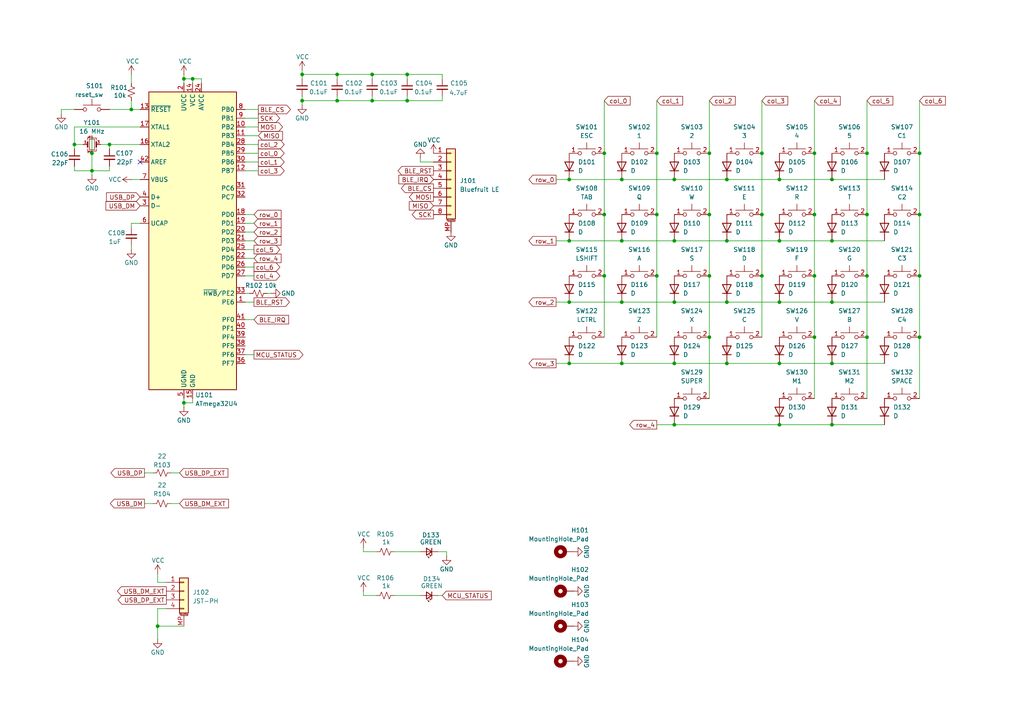
<source format=kicad_sch>
(kicad_sch (version 20231120) (generator "eeschema") (generator_version "8.0")
  (paper "A4")
  (junction (at 190.5 62.23))
  (junction (at 266.7 97.79))
  (junction (at 205.74 80.01))
  (junction (at 210.82 87.63))
  (junction (at 107.95 29.21))
  (junction (at 190.5 80.01))
  (junction (at 190.5 44.45))
  (junction (at 195.58 69.85))
  (junction (at 165.1 87.63))
  (junction (at 31.75 41.91))
  (junction (at 175.26 80.01))
  (junction (at 241.3 123.19))
  (junction (at 87.63 21.59))
  (junction (at 26.67 49.53))
  (junction (at 180.34 87.63))
  (junction (at 226.06 87.63))
  (junction (at 195.58 123.19))
  (junction (at 226.06 69.85))
  (junction (at 241.3 52.07))
  (junction (at 205.74 62.23))
  (junction (at 55.88 22.86))
  (junction (at 251.46 97.79))
  (junction (at 241.3 87.63))
  (junction (at 195.58 105.41))
  (junction (at 266.7 44.45))
  (junction (at 45.72 181.61))
  (junction (at 97.79 29.21))
  (junction (at 180.34 52.07))
  (junction (at 53.34 22.86))
  (junction (at 210.82 69.85))
  (junction (at 236.22 80.01))
  (junction (at 165.1 69.85))
  (junction (at 21.59 41.91))
  (junction (at 205.74 44.45))
  (junction (at 180.34 105.41))
  (junction (at 26.67 44.45))
  (junction (at 165.1 105.41))
  (junction (at 236.22 62.23))
  (junction (at 251.46 44.45))
  (junction (at 195.58 52.07))
  (junction (at 220.98 44.45))
  (junction (at 118.11 29.21))
  (junction (at 241.3 69.85))
  (junction (at 205.74 97.79))
  (junction (at 266.7 62.23))
  (junction (at 251.46 80.01))
  (junction (at 266.7 80.01))
  (junction (at 175.26 62.23))
  (junction (at 195.58 87.63))
  (junction (at 226.06 52.07))
  (junction (at 165.1 52.07))
  (junction (at 97.79 21.59))
  (junction (at 226.06 123.19))
  (junction (at 226.06 105.41))
  (junction (at 180.34 69.85))
  (junction (at 87.63 29.21))
  (junction (at 210.82 52.07))
  (junction (at 241.3 105.41))
  (junction (at 175.26 44.45))
  (junction (at 53.34 116.84))
  (junction (at 220.98 62.23))
  (junction (at 118.11 21.59))
  (junction (at 210.82 105.41))
  (junction (at 220.98 80.01))
  (junction (at 236.22 97.79))
  (junction (at 251.46 62.23))
  (junction (at 107.95 21.59))
  (junction (at 236.22 44.45))
  (junction (at 38.1 31.75))
  (no_connect (at 40.64 46.99))
  (wire (pts (xy 161.29 87.63) (xy 165.1 87.63)))
  (wire (pts (xy 220.98 44.45) (xy 220.98 62.23)))
  (wire (pts (xy 73.66 92.71) (xy 71.12 92.71)))
  (wire (pts (xy 195.58 105.41) (xy 210.82 105.41)))
  (wire (pts (xy 26.67 39.37) (xy 26.67 44.45)))
  (wire (pts (xy 21.59 36.83) (xy 40.64 36.83)))
  (wire (pts (xy 175.26 29.21) (xy 175.26 44.45)))
  (wire (pts (xy 53.34 22.86) (xy 55.88 22.86)))
  (wire (pts (xy 73.66 69.85) (xy 71.12 69.85)))
  (wire (pts (xy 205.74 44.45) (xy 205.74 62.23)))
  (wire (pts (xy 107.95 21.59) (xy 118.11 21.59)))
  (wire (pts (xy 105.41 160.02) (xy 109.22 160.02)))
  (wire (pts (xy 241.3 105.41) (xy 256.54 105.41)))
  (wire (pts (xy 97.79 27.94) (xy 97.79 29.21)))
  (wire (pts (xy 129.54 160.02) (xy 129.54 161.29)))
  (wire (pts (xy 128.27 21.59) (xy 128.27 22.86)))
  (wire (pts (xy 29.21 41.91) (xy 31.75 41.91)))
  (wire (pts (xy 180.34 52.07) (xy 195.58 52.07)))
  (wire (pts (xy 78.74 85.09) (xy 77.47 85.09)))
  (wire (pts (xy 114.3 160.02) (xy 121.92 160.02)))
  (wire (pts (xy 40.64 64.77) (xy 38.1 64.77)))
  (wire (pts (xy 226.06 123.19) (xy 241.3 123.19)))
  (wire (pts (xy 226.06 105.41) (xy 241.3 105.41)))
  (wire (pts (xy 107.95 29.21) (xy 118.11 29.21)))
  (wire (pts (xy 266.7 80.01) (xy 266.7 97.79)))
  (wire (pts (xy 251.46 29.21) (xy 251.46 44.45)))
  (wire (pts (xy 97.79 21.59) (xy 107.95 21.59)))
  (wire (pts (xy 161.29 105.41) (xy 165.1 105.41)))
  (wire (pts (xy 73.66 64.77) (xy 71.12 64.77)))
  (wire (pts (xy 38.1 31.75) (xy 40.64 31.75)))
  (wire (pts (xy 241.3 69.85) (xy 256.54 69.85)))
  (wire (pts (xy 44.45 146.05) (xy 41.91 146.05)))
  (wire (pts (xy 71.12 39.37) (xy 74.93 39.37)))
  (wire (pts (xy 31.75 48.26) (xy 31.75 49.53)))
  (wire (pts (xy 53.34 22.86) (xy 53.34 24.13)))
  (wire (pts (xy 45.72 181.61) (xy 45.72 185.42)))
  (wire (pts (xy 74.93 49.53) (xy 71.12 49.53)))
  (wire (pts (xy 73.66 67.31) (xy 71.12 67.31)))
  (wire (pts (xy 205.74 97.79) (xy 205.74 115.57)))
  (wire (pts (xy 55.88 116.84) (xy 55.88 115.57)))
  (wire (pts (xy 73.66 74.93) (xy 71.12 74.93)))
  (wire (pts (xy 73.66 102.87) (xy 71.12 102.87)))
  (wire (pts (xy 220.98 62.23) (xy 220.98 80.01)))
  (wire (pts (xy 165.1 87.63) (xy 180.34 87.63)))
  (wire (pts (xy 128.27 29.21) (xy 128.27 27.94)))
  (wire (pts (xy 180.34 69.85) (xy 195.58 69.85)))
  (wire (pts (xy 53.34 116.84) (xy 53.34 118.11)))
  (wire (pts (xy 87.63 20.32) (xy 87.63 21.59)))
  (wire (pts (xy 210.82 87.63) (xy 226.06 87.63)))
  (wire (pts (xy 195.58 52.07) (xy 210.82 52.07)))
  (wire (pts (xy 21.59 49.53) (xy 26.67 49.53)))
  (wire (pts (xy 87.63 29.21) (xy 97.79 29.21)))
  (wire (pts (xy 45.72 181.61) (xy 53.34 181.61)))
  (wire (pts (xy 55.88 22.86) (xy 55.88 24.13)))
  (wire (pts (xy 73.66 62.23) (xy 71.12 62.23)))
  (wire (pts (xy 73.66 87.63) (xy 71.12 87.63)))
  (wire (pts (xy 107.95 27.94) (xy 107.95 29.21)))
  (wire (pts (xy 44.45 137.16) (xy 41.91 137.16)))
  (wire (pts (xy 241.3 87.63) (xy 256.54 87.63)))
  (wire (pts (xy 74.93 41.91) (xy 71.12 41.91)))
  (wire (pts (xy 107.95 21.59) (xy 107.95 22.86)))
  (wire (pts (xy 87.63 21.59) (xy 97.79 21.59)))
  (wire (pts (xy 74.93 44.45) (xy 71.12 44.45)))
  (wire (pts (xy 251.46 80.01) (xy 251.46 97.79)))
  (wire (pts (xy 190.5 62.23) (xy 190.5 80.01)))
  (wire (pts (xy 71.12 36.83) (xy 74.93 36.83)))
  (wire (pts (xy 226.06 69.85) (xy 241.3 69.85)))
  (wire (pts (xy 74.93 31.75) (xy 71.12 31.75)))
  (wire (pts (xy 26.67 44.45) (xy 26.67 49.53)))
  (wire (pts (xy 38.1 52.07) (xy 40.64 52.07)))
  (wire (pts (xy 118.11 21.59) (xy 128.27 21.59)))
  (wire (pts (xy 26.67 49.53) (xy 31.75 49.53)))
  (wire (pts (xy 125.73 46.99) (xy 121.92 46.99)))
  (wire (pts (xy 180.34 87.63) (xy 195.58 87.63)))
  (wire (pts (xy 236.22 97.79) (xy 236.22 115.57)))
  (wire (pts (xy 226.06 87.63) (xy 241.3 87.63)))
  (wire (pts (xy 236.22 29.21) (xy 236.22 44.45)))
  (wire (pts (xy 55.88 22.86) (xy 58.42 22.86)))
  (wire (pts (xy 21.59 43.18) (xy 21.59 41.91)))
  (wire (pts (xy 38.1 64.77) (xy 38.1 66.04)))
  (wire (pts (xy 266.7 44.45) (xy 266.7 62.23)))
  (wire (pts (xy 53.34 116.84) (xy 55.88 116.84)))
  (wire (pts (xy 118.11 21.59) (xy 118.11 22.86)))
  (wire (pts (xy 118.11 29.21) (xy 128.27 29.21)))
  (wire (pts (xy 72.39 85.09) (xy 71.12 85.09)))
  (wire (pts (xy 195.58 87.63) (xy 210.82 87.63)))
  (wire (pts (xy 220.98 80.01) (xy 220.98 97.79)))
  (wire (pts (xy 73.66 80.01) (xy 71.12 80.01)))
  (wire (pts (xy 195.58 69.85) (xy 210.82 69.85)))
  (wire (pts (xy 175.26 80.01) (xy 175.26 97.79)))
  (wire (pts (xy 105.41 160.02) (xy 105.41 158.75)))
  (wire (pts (xy 45.72 166.37) (xy 45.72 168.91)))
  (wire (pts (xy 31.75 31.75) (xy 38.1 31.75)))
  (wire (pts (xy 58.42 22.86) (xy 58.42 24.13)))
  (wire (pts (xy 73.66 72.39) (xy 71.12 72.39)))
  (wire (pts (xy 38.1 71.12) (xy 38.1 72.39)))
  (wire (pts (xy 87.63 29.21) (xy 87.63 30.48)))
  (wire (pts (xy 48.26 168.91) (xy 45.72 168.91)))
  (wire (pts (xy 53.34 22.86) (xy 53.34 21.59)))
  (wire (pts (xy 190.5 44.45) (xy 190.5 62.23)))
  (wire (pts (xy 49.53 146.05) (xy 52.07 146.05)))
  (wire (pts (xy 190.5 80.01) (xy 190.5 97.79)))
  (wire (pts (xy 236.22 62.23) (xy 236.22 80.01)))
  (wire (pts (xy 97.79 21.59) (xy 97.79 22.86)))
  (wire (pts (xy 210.82 69.85) (xy 226.06 69.85)))
  (wire (pts (xy 241.3 123.19) (xy 256.54 123.19)))
  (wire (pts (xy 236.22 44.45) (xy 236.22 62.23)))
  (wire (pts (xy 205.74 62.23) (xy 205.74 80.01)))
  (wire (pts (xy 127 160.02) (xy 129.54 160.02)))
  (wire (pts (xy 87.63 22.86) (xy 87.63 21.59)))
  (wire (pts (xy 26.67 49.53) (xy 26.67 50.8)))
  (wire (pts (xy 105.41 172.72) (xy 109.22 172.72)))
  (wire (pts (xy 210.82 105.41) (xy 226.06 105.41)))
  (wire (pts (xy 31.75 41.91) (xy 31.75 43.18)))
  (wire (pts (xy 266.7 62.23) (xy 266.7 80.01)))
  (wire (pts (xy 210.82 52.07) (xy 226.06 52.07)))
  (wire (pts (xy 190.5 29.21) (xy 190.5 44.45)))
  (wire (pts (xy 21.59 36.83) (xy 21.59 41.91)))
  (wire (pts (xy 165.1 52.07) (xy 180.34 52.07)))
  (wire (pts (xy 71.12 34.29) (xy 74.93 34.29)))
  (wire (pts (xy 236.22 80.01) (xy 236.22 97.79)))
  (wire (pts (xy 21.59 48.26) (xy 21.59 49.53)))
  (wire (pts (xy 31.75 41.91) (xy 40.64 41.91)))
  (wire (pts (xy 38.1 21.59) (xy 38.1 24.13)))
  (wire (pts (xy 180.34 105.41) (xy 195.58 105.41)))
  (wire (pts (xy 175.26 62.23) (xy 175.26 80.01)))
  (wire (pts (xy 118.11 27.94) (xy 118.11 29.21)))
  (wire (pts (xy 266.7 29.21) (xy 266.7 44.45)))
  (wire (pts (xy 205.74 80.01) (xy 205.74 97.79)))
  (wire (pts (xy 251.46 97.79) (xy 251.46 115.57)))
  (wire (pts (xy 165.1 105.41) (xy 180.34 105.41)))
  (wire (pts (xy 205.74 29.21) (xy 205.74 44.45)))
  (wire (pts (xy 251.46 62.23) (xy 251.46 80.01)))
  (wire (pts (xy 195.58 123.19) (xy 226.06 123.19)))
  (wire (pts (xy 161.29 69.85) (xy 165.1 69.85)))
  (wire (pts (xy 97.79 29.21) (xy 107.95 29.21)))
  (wire (pts (xy 21.59 41.91) (xy 24.13 41.91)))
  (wire (pts (xy 38.1 29.21) (xy 38.1 31.75)))
  (wire (pts (xy 105.41 172.72) (xy 105.41 171.45)))
  (wire (pts (xy 165.1 69.85) (xy 180.34 69.85)))
  (wire (pts (xy 114.3 172.72) (xy 121.92 172.72)))
  (wire (pts (xy 161.29 52.07) (xy 165.1 52.07)))
  (wire (pts (xy 49.53 137.16) (xy 52.07 137.16)))
  (wire (pts (xy 251.46 44.45) (xy 251.46 62.23)))
  (wire (pts (xy 121.92 46.99) (xy 121.92 45.72)))
  (wire (pts (xy 127 172.72) (xy 128.27 172.72)))
  (wire (pts (xy 220.98 29.21) (xy 220.98 44.45)))
  (wire (pts (xy 48.26 176.53) (xy 45.72 176.53)))
  (wire (pts (xy 21.59 31.75) (xy 17.78 31.75)))
  (wire (pts (xy 241.3 52.07) (xy 256.54 52.07)))
  (wire (pts (xy 53.34 115.57) (xy 53.34 116.84)))
  (wire (pts (xy 175.26 44.45) (xy 175.26 62.23)))
  (wire (pts (xy 87.63 27.94) (xy 87.63 29.21)))
  (wire (pts (xy 45.72 176.53) (xy 45.72 181.61)))
  (wire (pts (xy 73.66 77.47) (xy 71.12 77.47)))
  (wire (pts (xy 226.06 52.07) (xy 241.3 52.07)))
  (wire (pts (xy 17.78 31.75) (xy 17.78 33.02)))
  (wire (pts (xy 74.93 46.99) (xy 71.12 46.99)))
  (wire (pts (xy 190.5 123.19) (xy 195.58 123.19)))
  (wire (pts (xy 266.7 97.79) (xy 266.7 115.57)))
  (global_label "row_3" (shape output) (at 161.29 105.41 180) (property "Intersheetrefs" "${INTERSHEET_REFS}" (effects (hide yes))))
  (global_label "row_4" (shape input) (at 73.66 74.93 0) (property "Intersheetrefs" "${INTERSHEET_REFS}" (effects (hide yes))))
  (global_label "col_3" (shape output) (at 74.93 49.53 0) (property "Intersheetrefs" "${INTERSHEET_REFS}" (effects (hide yes))))
  (global_label "col_2" (shape input) (at 205.74 29.21 0) (property "Intersheetrefs" "${INTERSHEET_REFS}" (effects (hide yes))))
  (global_label "row_2" (shape output) (at 161.29 87.63 180) (property "Intersheetrefs" "${INTERSHEET_REFS}" (effects (hide yes))))
  (global_label "USB_DM_EXT" (shape input) (at 52.07 146.05 0) (property "Intersheetrefs" "${INTERSHEET_REFS}" (effects (hide yes))))
  (global_label "row_0" (shape input) (at 73.66 62.23 0) (property "Intersheetrefs" "${INTERSHEET_REFS}" (effects (hide yes))))
  (global_label "USB_DP" (shape input) (at 40.64 57.15 180) (property "Intersheetrefs" "${INTERSHEET_REFS}" (effects (hide yes))))
  (global_label "col_0" (shape output) (at 74.93 44.45 0) (property "Intersheetrefs" "${INTERSHEET_REFS}" (effects (hide yes))))
  (global_label "BLE_CS" (shape output) (at 74.93 31.75 0) (property "Intersheetrefs" "${INTERSHEET_REFS}" (effects (hide yes))))
  (global_label "col_4" (shape input) (at 236.22 29.21 0) (property "Intersheetrefs" "${INTERSHEET_REFS}" (effects (hide yes))))
  (global_label "col_1" (shape output) (at 74.93 46.99 0) (property "Intersheetrefs" "${INTERSHEET_REFS}" (effects (hide yes))))
  (global_label "MISO" (shape input) (at 125.73 59.69 180) (property "Intersheetrefs" "${INTERSHEET_REFS}" (effects (hide yes))))
  (global_label "col_3" (shape input) (at 220.98 29.21 0) (property "Intersheetrefs" "${INTERSHEET_REFS}" (effects (hide yes))))
  (global_label "col_0" (shape input) (at 175.26 29.21 0) (property "Intersheetrefs" "${INTERSHEET_REFS}" (effects (hide yes))))
  (global_label "USB_DP_EXT" (shape output) (at 48.26 173.99 180) (property "Intersheetrefs" "${INTERSHEET_REFS}" (effects (hide yes))))
  (global_label "BLE_RST" (shape output) (at 125.73 49.53 180) (property "Intersheetrefs" "${INTERSHEET_REFS}" (effects (hide yes))))
  (global_label "col_5" (shape input) (at 251.46 29.21 0) (property "Intersheetrefs" "${INTERSHEET_REFS}" (effects (hide yes))))
  (global_label "row_1" (shape output) (at 161.29 69.85 180) (property "Intersheetrefs" "${INTERSHEET_REFS}" (effects (hide yes))))
  (global_label "row_0" (shape output) (at 161.29 52.07 180) (property "Intersheetrefs" "${INTERSHEET_REFS}" (effects (hide yes))))
  (global_label "row_4" (shape output) (at 190.5 123.19 180) (property "Intersheetrefs" "${INTERSHEET_REFS}" (effects (hide yes))))
  (global_label "MISO" (shape input) (at 74.93 39.37 0) (property "Intersheetrefs" "${INTERSHEET_REFS}" (effects (hide yes))))
  (global_label "BLE_CS" (shape output) (at 125.73 54.61 180) (property "Intersheetrefs" "${INTERSHEET_REFS}" (effects (hide yes))))
  (global_label "USB_DM_EXT" (shape output) (at 48.26 171.45 180) (property "Intersheetrefs" "${INTERSHEET_REFS}" (effects (hide yes))))
  (global_label "BLE_IRQ" (shape input) (at 125.73 52.07 180) (property "Intersheetrefs" "${INTERSHEET_REFS}" (effects (hide yes))))
  (global_label "col_4" (shape output) (at 73.66 80.01 0) (property "Intersheetrefs" "${INTERSHEET_REFS}" (effects (hide yes))))
  (global_label "row_1" (shape input) (at 73.66 64.77 0) (property "Intersheetrefs" "${INTERSHEET_REFS}" (effects (hide yes))))
  (global_label "row_2" (shape input) (at 73.66 67.31 0) (property "Intersheetrefs" "${INTERSHEET_REFS}" (effects (hide yes))))
  (global_label "SCK" (shape output) (at 125.73 62.23 180) (property "Intersheetrefs" "${INTERSHEET_REFS}" (effects (hide yes))))
  (global_label "col_5" (shape output) (at 73.66 72.39 0) (property "Intersheetrefs" "${INTERSHEET_REFS}" (effects (hide yes))))
  (global_label "MCU_STATUS" (shape output) (at 73.66 102.87 0) (property "Intersheetrefs" "${INTERSHEET_REFS}" (effects (hide yes))))
  (global_label "SCK" (shape output) (at 74.93 34.29 0) (property "Intersheetrefs" "${INTERSHEET_REFS}" (effects (hide yes))))
  (global_label "col_1" (shape input) (at 190.5 29.21 0) (property "Intersheetrefs" "${INTERSHEET_REFS}" (effects (hide yes))))
  (global_label "BLE_RST" (shape output) (at 73.66 87.63 0) (property "Intersheetrefs" "${INTERSHEET_REFS}" (effects (hide yes))))
  (global_label "col_6" (shape output) (at 73.66 77.47 0) (property "Intersheetrefs" "${INTERSHEET_REFS}" (effects (hide yes))))
  (global_label "col_6" (shape input) (at 266.7 29.21 0) (property "Intersheetrefs" "${INTERSHEET_REFS}" (effects (hide yes))))
  (global_label "USB_DP_EXT" (shape input) (at 52.07 137.16 0) (property "Intersheetrefs" "${INTERSHEET_REFS}" (effects (hide yes))))
  (global_label "row_3" (shape input) (at 73.66 69.85 0) (property "Intersheetrefs" "${INTERSHEET_REFS}" (effects (hide yes))))
  (global_label "MOSI" (shape output) (at 74.93 36.83 0) (property "Intersheetrefs" "${INTERSHEET_REFS}" (effects (hide yes))))
  (global_label "MOSI" (shape output) (at 125.73 57.15 180) (property "Intersheetrefs" "${INTERSHEET_REFS}" (effects (hide yes))))
  (global_label "USB_DM" (shape output) (at 41.91 146.05 180) (property "Intersheetrefs" "${INTERSHEET_REFS}" (effects (hide yes))))
  (global_label "col_2" (shape output) (at 74.93 41.91 0) (property "Intersheetrefs" "${INTERSHEET_REFS}" (effects (hide yes))))
  (global_label "BLE_IRQ" (shape input) (at 73.66 92.71 0) (property "Intersheetrefs" "${INTERSHEET_REFS}" (effects (hide yes))))
  (global_label "MCU_STATUS" (shape input) (at 128.27 172.72 0) (property "Intersheetrefs" "${INTERSHEET_REFS}" (effects (hide yes))))
  (global_label "USB_DM" (shape input) (at 40.64 59.69 180) (property "Intersheetrefs" "${INTERSHEET_REFS}" (effects (hide yes))))
  (global_label "USB_DP" (shape output) (at 41.91 137.16 180) (property "Intersheetrefs" "${INTERSHEET_REFS}" (effects (hide yes))))
  (symbol (lib_id "power:VCC") (at 105.41 158.75 0) (unit 1)
    (property "Reference" "#PWR0114" (effects (hide yes)))
    (property "Value" "VCC" (at 103.632 154.94 0) (effects (justify left)))
    (property "Description" "Power symbol creates a global label with name \"VCC\"" (effects (hide yes)))
  )
  (symbol (lib_id "power:GND") (at 17.78 33.02 0) (unit 1)
    (property "Reference" "#PWR0105" (effects (hide yes)))
    (property "Value" "GND" (at 17.78 36.83 0))
    (property "Description" "Power symbol creates a global label with name \"GND\" , ground" (effects (hide yes)))
  )
  (symbol (lib_id "Device:LED_Small") (at 124.46 160.02 180) (unit 1)
    (property "Reference" "D133" (at 124.968 155.194 0))
    (property "Value" "GREEN" (at 124.968 157.226 0))
    (property "Footprint" "LED_SMD:LED_0603_1608Metric" (effects (hide yes)))
    (property "Description" "Light emitting diode, small symbol" (effects (hide yes)))
  )
  (symbol (lib_id "power:VCC") (at 45.72 166.37 0) (unit 1)
    (property "Reference" "#PWR0117" (effects (hide yes)))
    (property "Value" "VCC" (at 43.942 162.56 0) (effects (justify left)))
    (property "Description" "Power symbol creates a global label with name \"VCC\"" (effects (hide yes)))
  )
  (symbol (lib_id "Device:C_Small") (at 21.59 45.72 0) (unit 1)
    (property "Reference" "C106" (at 14.732 44.704 0) (effects (justify left)))
    (property "Value" "22pF" (at 14.986 47.244 0) (effects (justify left)))
    (property "Footprint" "Capacitor_SMD:C_0603_1608Metric" (effects (hide yes)))
    (property "Description" "Unpolarized capacitor, small symbol" (effects (hide yes)))
  )
  (symbol (lib_id "Device:C_Small") (at 97.79 25.4 0) (unit 1)
    (property "Reference" "C102" (at 100.076 24.13 0) (effects (justify left)))
    (property "Value" "0.1uF" (at 99.822 26.67 0) (effects (justify left)))
    (property "Footprint" "Capacitor_SMD:C_0603_1608Metric" (effects (hide yes)))
    (property "Description" "Unpolarized capacitor, small symbol" (effects (hide yes)))
  )
  (symbol (lib_id "power:GND") (at 87.63 30.48 0) (unit 1)
    (property "Reference" "#PWR0104" (effects (hide yes)))
    (property "Value" "GND" (at 87.63 34.29 0))
    (property "Description" "Power symbol creates a global label with name \"GND\" , ground" (effects (hide yes)))
  )
  (symbol (lib_id "Device:D") (at 241.3 83.82 90) (unit 1)
    (property "Reference" "D120" (at 243.84 82.5499 90) (effects (justify right)))
    (property "Value" "D" (at 243.84 85.0899 90) (effects (justify right)))
    (property "Footprint" "Diode_SMD:D_0603_1608Metric" (effects (hide yes)))
    (property "Description" "Diode" (effects (hide yes)))
    (property "Sim.Device" "D" (effects (hide yes)))
    (property "Sim.Pins" "1=K 2=A" (effects (hide yes)))
  )
  (symbol (lib_id "Device:D") (at 195.58 48.26 90) (unit 1)
    (property "Reference" "D103" (at 198.12 46.9899 90) (effects (justify right)))
    (property "Value" "D" (at 198.12 49.5299 90) (effects (justify right)))
    (property "Footprint" "Diode_SMD:D_0603_1608Metric" (effects (hide yes)))
    (property "Description" "Diode" (effects (hide yes)))
    (property "Sim.Device" "D" (effects (hide yes)))
    (property "Sim.Pins" "1=K 2=A" (effects (hide yes)))
  )
  (symbol (lib_id "Device:C_Small") (at 107.95 25.4 0) (unit 1)
    (property "Reference" "C103" (at 110.236 24.13 0) (effects (justify left)))
    (property "Value" "0.1uF" (at 109.982 26.67 0) (effects (justify left)))
    (property "Footprint" "Capacitor_SMD:C_0603_1608Metric" (effects (hide yes)))
    (property "Description" "Unpolarized capacitor, small symbol" (effects (hide yes)))
  )
  (symbol (lib_id "CherryMX:CherryMX") (at 215.9 80.01 0) (unit 1)
    (property "Reference" "SW118" (at 215.9 72.39 0))
    (property "Value" "D" (at 215.9 74.93 0))
    (property "Footprint" "CherryMX_PCB:CherryMX_1.00u_PCB" (effects (hide yes)))
  )
  (symbol (lib_id "Device:R_Small_US") (at 46.99 146.05 270) (unit 1)
    (property "Reference" "R104" (at 46.99 143.256 90))
    (property "Value" "22" (at 46.99 140.716 90))
    (property "Footprint" "Resistor_SMD:R_0603_1608Metric" (effects (hide yes)))
    (property "Description" "Resistor, small US symbol" (effects (hide yes)))
  )
  (symbol (lib_id "CherryMX:CherryMX") (at 246.38 44.45 0) (unit 1)
    (property "Reference" "SW106" (at 246.38 36.83 0))
    (property "Value" "5" (at 246.38 39.37 0))
    (property "Footprint" "CherryMX_PCB:CherryMX_1.00u_PCB" (effects (hide yes)))
  )
  (symbol (lib_id "power:GND") (at 78.74 85.09 90) (unit 1)
    (property "Reference" "#PWR0112" (effects (hide yes)))
    (property "Value" "GND" (at 83.566 85.09 90))
    (property "Description" "Power symbol creates a global label with name \"GND\" , ground" (effects (hide yes)))
  )
  (symbol (lib_id "Mechanical:MountingHole_Pad") (at 163.83 181.61 90) (unit 1)
    (property "Reference" "H103" (at 170.815 175.387 90) (effects (justify left)))
    (property "Value" "MountingHole_Pad" (at 170.815 177.927 90) (effects (justify left)))
    (property "Footprint" "MountingHole:MountingHole_2.2mm_M2_Pad_TopBottom" (effects (hide yes)))
    (property "Description" "Mounting Hole with connection" (effects (hide yes)))
  )
  (symbol (lib_id "power:GND") (at 166.37 181.61 90) (unit 1)
    (property "Reference" "#PWR0120" (effects (hide yes)))
    (property "Value" "GND" (at 170.18 181.61 0))
    (property "Description" "Power symbol creates a global label with name \"GND\" , ground" (effects (hide yes)))
  )
  (symbol (lib_id "Connector_Generic_MountingPin:Conn_01x08_MountingPin") (at 130.81 52.07 0) (unit 1)
    (property "Reference" "J101" (at 133.35 52.4255 0) (effects (justify left)))
    (property "Value" "Bluefruit LE" (at 133.35 54.9655 0) (effects (justify left)))
    (property "Footprint" "Connector_JST:JST_SH_SM08B-SRSS-TB_1x08-1MP_P1.00mm_Horizontal" (effects (hide yes)))
    (property "Description" "Generic connectable mounting pin connector, single row, 01x08, script generated (kicad-library-utils/schlib/autogen/connector/)" (effects (hide yes)))
  )
  (symbol (lib_id "Device:R_Small_US") (at 38.1 26.67 0) (unit 1)
    (property "Reference" "R101" (at 34.544 25.4 0))
    (property "Value" "10k" (at 34.798 27.686 0))
    (property "Footprint" "Resistor_SMD:R_0603_1608Metric" (effects (hide yes)))
    (property "Description" "Resistor, small US symbol" (effects (hide yes)))
  )
  (symbol (lib_id "power:GND") (at 166.37 171.45 90) (unit 1)
    (property "Reference" "#PWR0119" (effects (hide yes)))
    (property "Value" "GND" (at 170.18 171.45 0))
    (property "Description" "Power symbol creates a global label with name \"GND\" , ground" (effects (hide yes)))
  )
  (symbol (lib_id "Device:D") (at 180.34 83.82 90) (unit 1)
    (property "Reference" "D116" (at 182.88 82.5499 90) (effects (justify right)))
    (property "Value" "D" (at 182.88 85.0899 90) (effects (justify right)))
    (property "Footprint" "Diode_SMD:D_0603_1608Metric" (effects (hide yes)))
    (property "Description" "Diode" (effects (hide yes)))
    (property "Sim.Device" "D" (effects (hide yes)))
    (property "Sim.Pins" "1=K 2=A" (effects (hide yes)))
  )
  (symbol (lib_id "CherryMX:CherryMX") (at 261.62 80.01 0) (unit 1)
    (property "Reference" "SW121" (at 261.62 72.39 0))
    (property "Value" "C3" (at 261.62 74.93 0))
    (property "Footprint" "CherryMX_PCB:CherryMX_1.00u_PCB" (effects (hide yes)))
  )
  (symbol (lib_id "Device:D") (at 195.58 101.6 90) (unit 1)
    (property "Reference" "D124" (at 198.12 100.3299 90) (effects (justify right)))
    (property "Value" "D" (at 198.12 102.8699 90) (effects (justify right)))
    (property "Footprint" "Diode_SMD:D_0603_1608Metric" (effects (hide yes)))
    (property "Description" "Diode" (effects (hide yes)))
    (property "Sim.Device" "D" (effects (hide yes)))
    (property "Sim.Pins" "1=K 2=A" (effects (hide yes)))
  )
  (symbol (lib_id "CherryMX:CherryMX") (at 231.14 62.23 0) (unit 1)
    (property "Reference" "SW112" (at 231.14 54.61 0))
    (property "Value" "R" (at 231.14 57.15 0))
    (property "Footprint" "CherryMX_PCB:CherryMX_1.00u_PCB" (effects (hide yes)))
  )
  (symbol (lib_id "CherryMX:CherryMX") (at 170.18 62.23 0) (unit 1)
    (property "Reference" "SW108" (at 170.18 54.61 0))
    (property "Value" "TAB" (at 170.18 57.15 0))
    (property "Footprint" "CherryMX_PCB:CherryMX_1.00u_PCB" (effects (hide yes)))
  )
  (symbol (lib_id "CherryMX:CherryMX") (at 261.62 62.23 0) (unit 1)
    (property "Reference" "SW114" (at 261.62 54.61 0))
    (property "Value" "C2" (at 261.62 57.15 0))
    (property "Footprint" "CherryMX_PCB:CherryMX_1.00u_PCB" (effects (hide yes)))
  )
  (symbol (lib_id "Device:D") (at 165.1 48.26 90) (unit 1)
    (property "Reference" "D101" (at 167.64 46.9899 90) (effects (justify right)))
    (property "Value" "D" (at 167.64 49.5299 90) (effects (justify right)))
    (property "Footprint" "Diode_SMD:D_0603_1608Metric" (effects (hide yes)))
    (property "Description" "Diode" (effects (hide yes)))
    (property "Sim.Device" "D" (effects (hide yes)))
    (property "Sim.Pins" "1=K 2=A" (effects (hide yes)))
  )
  (symbol (lib_id "Device:D") (at 256.54 66.04 90) (unit 1)
    (property "Reference" "D114" (at 259.08 64.7699 90) (effects (justify right)))
    (property "Value" "D" (at 259.08 67.3099 90) (effects (justify right)))
    (property "Footprint" "Diode_SMD:D_0603_1608Metric" (effects (hide yes)))
    (property "Description" "Diode" (effects (hide yes)))
    (property "Sim.Device" "D" (effects (hide yes)))
    (property "Sim.Pins" "1=K 2=A" (effects (hide yes)))
  )
  (symbol (lib_id "CherryMX:CherryMX") (at 200.66 115.57 0) (unit 1)
    (property "Reference" "SW129" (at 200.66 107.95 0))
    (property "Value" "SUPER" (at 200.66 110.49 0))
    (property "Footprint" "CherryMX_PCB:CherryMX_1.00u_PCB" (effects (hide yes)))
  )
  (symbol (lib_id "CherryMX:CherryMX") (at 200.66 80.01 0) (unit 1)
    (property "Reference" "SW117" (at 200.66 72.39 0))
    (property "Value" "S" (at 200.66 74.93 0))
    (property "Footprint" "CherryMX_PCB:CherryMX_1.00u_PCB" (effects (hide yes)))
  )
  (symbol (lib_id "CherryMX:CherryMX") (at 261.62 97.79 0) (unit 1)
    (property "Reference" "SW128" (at 261.62 90.17 0))
    (property "Value" "C4" (at 261.62 92.71 0))
    (property "Footprint" "CherryMX_PCB:CherryMX_1.00u_PCB" (effects (hide yes)))
  )
  (symbol (lib_id "Device:D") (at 165.1 101.6 90) (unit 1)
    (property "Reference" "D122" (at 167.64 100.3299 90) (effects (justify right)))
    (property "Value" "D" (at 167.64 102.8699 90) (effects (justify right)))
    (property "Footprint" "Diode_SMD:D_0603_1608Metric" (effects (hide yes)))
    (property "Description" "Diode" (effects (hide yes)))
    (property "Sim.Device" "D" (effects (hide yes)))
    (property "Sim.Pins" "1=K 2=A" (effects (hide yes)))
  )
  (symbol (lib_id "CherryMX:CherryMX") (at 231.14 80.01 0) (unit 1)
    (property "Reference" "SW119" (at 231.14 72.39 0))
    (property "Value" "F" (at 231.14 74.93 0))
    (property "Footprint" "CherryMX_PCB:CherryMX_1.00u_PCB" (effects (hide yes)))
  )
  (symbol (lib_id "Device:D") (at 210.82 48.26 90) (unit 1)
    (property "Reference" "D104" (at 213.36 46.9899 90) (effects (justify right)))
    (property "Value" "D" (at 213.36 49.5299 90) (effects (justify right)))
    (property "Footprint" "Diode_SMD:D_0603_1608Metric" (effects (hide yes)))
    (property "Description" "Diode" (effects (hide yes)))
    (property "Sim.Device" "D" (effects (hide yes)))
    (property "Sim.Pins" "1=K 2=A" (effects (hide yes)))
  )
  (symbol (lib_id "power:GND") (at 38.1 72.39 0) (unit 1)
    (property "Reference" "#PWR0111" (effects (hide yes)))
    (property "Value" "GND" (at 38.1 76.2 0))
    (property "Description" "Power symbol creates a global label with name \"GND\" , ground" (effects (hide yes)))
  )
  (symbol (lib_id "Device:D") (at 195.58 83.82 90) (unit 1)
    (property "Reference" "D117" (at 198.12 82.5499 90) (effects (justify right)))
    (property "Value" "D" (at 198.12 85.0899 90) (effects (justify right)))
    (property "Footprint" "Diode_SMD:D_0603_1608Metric" (effects (hide yes)))
    (property "Description" "Diode" (effects (hide yes)))
    (property "Sim.Device" "D" (effects (hide yes)))
    (property "Sim.Pins" "1=K 2=A" (effects (hide yes)))
  )
  (symbol (lib_id "Device:D") (at 180.34 48.26 90) (unit 1)
    (property "Reference" "D102" (at 182.88 46.9899 90) (effects (justify right)))
    (property "Value" "D" (at 182.88 49.5299 90) (effects (justify right)))
    (property "Footprint" "Diode_SMD:D_0603_1608Metric" (effects (hide yes)))
    (property "Description" "Diode" (effects (hide yes)))
    (property "Sim.Device" "D" (effects (hide yes)))
    (property "Sim.Pins" "1=K 2=A" (effects (hide yes)))
  )
  (symbol (lib_id "Device:D") (at 241.3 119.38 90) (unit 1)
    (property "Reference" "D131" (at 243.84 118.1099 90) (effects (justify right)))
    (property "Value" "D" (at 243.84 120.6499 90) (effects (justify right)))
    (property "Footprint" "Diode_SMD:D_0603_1608Metric" (effects (hide yes)))
    (property "Description" "Diode" (effects (hide yes)))
    (property "Sim.Device" "D" (effects (hide yes)))
    (property "Sim.Pins" "1=K 2=A" (effects (hide yes)))
  )
  (symbol (lib_id "Device:R_Small_US") (at 74.93 85.09 90) (unit 1)
    (property "Reference" "R102" (at 73.66 82.804 90))
    (property "Value" "10k" (at 78.486 82.804 90))
    (property "Footprint" "Resistor_SMD:R_0603_1608Metric" (effects (hide yes)))
    (property "Description" "Resistor, small US symbol" (effects (hide yes)))
  )
  (symbol (lib_id "power:GND") (at 166.37 160.02 90) (unit 1)
    (property "Reference" "#PWR0115" (effects (hide yes)))
    (property "Value" "GND" (at 170.18 160.02 0))
    (property "Description" "Power symbol creates a global label with name \"GND\" , ground" (effects (hide yes)))
  )
  (symbol (lib_id "CherryMX:CherryMX") (at 246.38 97.79 0) (unit 1)
    (property "Reference" "SW127" (at 246.38 90.17 0))
    (property "Value" "B" (at 246.38 92.71 0))
    (property "Footprint" "CherryMX_PCB:CherryMX_1.00u_PCB" (effects (hide yes)))
  )
  (symbol (lib_id "Device:D") (at 195.58 66.04 90) (unit 1)
    (property "Reference" "D110" (at 198.12 64.7699 90) (effects (justify right)))
    (property "Value" "D" (at 198.12 67.3099 90) (effects (justify right)))
    (property "Footprint" "Diode_SMD:D_0603_1608Metric" (effects (hide yes)))
    (property "Description" "Diode" (effects (hide yes)))
    (property "Sim.Device" "D" (effects (hide yes)))
    (property "Sim.Pins" "1=K 2=A" (effects (hide yes)))
  )
  (symbol (lib_id "power:VCC") (at 38.1 21.59 0) (unit 1)
    (property "Reference" "#PWR0102" (effects (hide yes)))
    (property "Value" "VCC" (at 36.576 17.78 0) (effects (justify left)))
    (property "Description" "Power symbol creates a global label with name \"VCC\"" (effects (hide yes)))
  )
  (symbol (lib_id "Switch:SW_Push") (at 26.67 31.75 0) (unit 1)
    (property "Reference" "S101" (at 29.972 24.892 0) (effects (justify right)))
    (property "Value" "reset_sw" (at 29.972 27.432 0) (effects (justify right)))
    (property "Footprint" "Button_Switch_SMD:SW_Push_1P1T_XKB_TS-1187A" (effects (hide yes)))
    (property "Description" "Push button switch, generic, two pins" (effects (hide yes)))
  )
  (symbol (lib_id "CherryMX:CherryMX") (at 200.66 97.79 0) (unit 1)
    (property "Reference" "SW124" (at 200.66 90.17 0))
    (property "Value" "X" (at 200.66 92.71 0))
    (property "Footprint" "CherryMX_PCB:CherryMX_1.00u_PCB" (effects (hide yes)))
  )
  (symbol (lib_id "Mechanical:MountingHole_Pad") (at 163.83 191.77 90) (unit 1)
    (property "Reference" "H104" (at 170.815 185.547 90) (effects (justify left)))
    (property "Value" "MountingHole_Pad" (at 170.815 188.087 90) (effects (justify left)))
    (property "Footprint" "MountingHole:MountingHole_2.2mm_M2_Pad_TopBottom" (effects (hide yes)))
    (property "Description" "Mounting Hole with connection" (effects (hide yes)))
  )
  (symbol (lib_id "CherryMX:CherryMX") (at 200.66 62.23 0) (unit 1)
    (property "Reference" "SW110" (at 200.66 54.61 0))
    (property "Value" "W" (at 200.66 57.15 0))
    (property "Footprint" "CherryMX_PCB:CherryMX_1.00u_PCB" (effects (hide yes)))
  )
  (symbol (lib_id "CherryMX:CherryMX") (at 170.18 44.45 0) (unit 1)
    (property "Reference" "SW101" (at 170.18 36.83 0))
    (property "Value" "ESC" (at 170.18 39.37 0))
    (property "Footprint" "CherryMX_PCB:CherryMX_1.00u_PCB" (effects (hide yes)))
  )
  (symbol (lib_id "Device:D") (at 180.34 101.6 90) (unit 1)
    (property "Reference" "D123" (at 182.88 100.3299 90) (effects (justify right)))
    (property "Value" "D" (at 182.88 102.8699 90) (effects (justify right)))
    (property "Footprint" "Diode_SMD:D_0603_1608Metric" (effects (hide yes)))
    (property "Description" "Diode" (effects (hide yes)))
    (property "Sim.Device" "D" (effects (hide yes)))
    (property "Sim.Pins" "1=K 2=A" (effects (hide yes)))
  )
  (symbol (lib_id "Device:C_Small") (at 31.75 45.72 0) (unit 1)
    (property "Reference" "C107" (at 33.528 44.45 0) (effects (justify left)))
    (property "Value" "22pF" (at 33.782 46.99 0) (effects (justify left)))
    (property "Footprint" "Capacitor_SMD:C_0603_1608Metric" (effects (hide yes)))
    (property "Description" "Unpolarized capacitor, small symbol" (effects (hide yes)))
  )
  (symbol (lib_id "CherryMX:CherryMX") (at 261.62 44.45 0) (unit 1)
    (property "Reference" "SW107" (at 261.62 36.83 0))
    (property "Value" "C1" (at 261.62 39.37 0))
    (property "Footprint" "CherryMX_PCB:CherryMX_1.00u_PCB" (effects (hide yes)))
  )
  (symbol (lib_id "Device:D") (at 241.3 66.04 90) (unit 1)
    (property "Reference" "D113" (at 243.84 64.7699 90) (effects (justify right)))
    (property "Value" "D" (at 243.84 67.3099 90) (effects (justify right)))
    (property "Footprint" "Diode_SMD:D_0603_1608Metric" (effects (hide yes)))
    (property "Description" "Diode" (effects (hide yes)))
    (property "Sim.Device" "D" (effects (hide yes)))
    (property "Sim.Pins" "1=K 2=A" (effects (hide yes)))
  )
  (symbol (lib_id "Device:D") (at 226.06 83.82 90) (unit 1)
    (property "Reference" "D119" (at 228.6 82.5499 90) (effects (justify right)))
    (property "Value" "D" (at 228.6 85.0899 90) (effects (justify right)))
    (property "Footprint" "Diode_SMD:D_0603_1608Metric" (effects (hide yes)))
    (property "Description" "Diode" (effects (hide yes)))
    (property "Sim.Device" "D" (effects (hide yes)))
    (property "Sim.Pins" "1=K 2=A" (effects (hide yes)))
  )
  (symbol (lib_id "Device:Crystal_GND24_Small") (at 26.67 41.91 0) (unit 1)
    (property "Reference" "Y101" (at 26.67 35.56 0))
    (property "Value" "16 MHz" (at 26.67 38.1 0))
    (property "Footprint" "Crystal:Crystal_SMD_Abracon_ABM8G-4Pin_3.2x2.5mm" (effects (hide yes)))
    (property "Description" "Four pin crystal, GND on pins 2 and 4, small symbol" (effects (hide yes)))
  )
  (symbol (lib_id "CherryMX:CherryMX") (at 185.42 97.79 0) (unit 1)
    (property "Reference" "SW123" (at 185.42 90.17 0))
    (property "Value" "Z" (at 185.42 92.71 0))
    (property "Footprint" "CherryMX_PCB:CherryMX_1.00u_PCB" (effects (hide yes)))
  )
  (symbol (lib_id "Device:D") (at 256.54 119.38 90) (unit 1)
    (property "Reference" "D132" (at 259.08 118.1099 90) (effects (justify right)))
    (property "Value" "D" (at 259.08 120.6499 90) (effects (justify right)))
    (property "Footprint" "Diode_SMD:D_0603_1608Metric" (effects (hide yes)))
    (property "Description" "Diode" (effects (hide yes)))
    (property "Sim.Device" "D" (effects (hide yes)))
    (property "Sim.Pins" "1=K 2=A" (effects (hide yes)))
  )
  (symbol (lib_id "Device:D") (at 256.54 101.6 90) (unit 1)
    (property "Reference" "D128" (at 259.08 100.3299 90) (effects (justify right)))
    (property "Value" "D" (at 259.08 102.8699 90) (effects (justify right)))
    (property "Footprint" "Diode_SMD:D_0603_1608Metric" (effects (hide yes)))
    (property "Description" "Diode" (effects (hide yes)))
    (property "Sim.Device" "D" (effects (hide yes)))
    (property "Sim.Pins" "1=K 2=A" (effects (hide yes)))
  )
  (symbol (lib_id "Device:D") (at 180.34 66.04 90) (unit 1)
    (property "Reference" "D109" (at 182.88 64.7699 90) (effects (justify right)))
    (property "Value" "D" (at 182.88 67.3099 90) (effects (justify right)))
    (property "Footprint" "Diode_SMD:D_0603_1608Metric" (effects (hide yes)))
    (property "Description" "Diode" (effects (hide yes)))
    (property "Sim.Device" "D" (effects (hide yes)))
    (property "Sim.Pins" "1=K 2=A" (effects (hide yes)))
  )
  (symbol (lib_id "CherryMX:CherryMX") (at 185.42 62.23 0) (unit 1)
    (property "Reference" "SW109" (at 185.42 54.61 0))
    (property "Value" "Q" (at 185.42 57.15 0))
    (property "Footprint" "CherryMX_PCB:CherryMX_1.00u_PCB" (effects (hide yes)))
  )
  (symbol (lib_id "Device:C_Small") (at 87.63 25.4 0) (unit 1)
    (property "Reference" "C101" (at 89.916 24.13 0) (effects (justify left)))
    (property "Value" "0.1uF" (at 89.662 26.67 0) (effects (justify left)))
    (property "Footprint" "Capacitor_SMD:C_0603_1608Metric" (effects (hide yes)))
    (property "Description" "Unpolarized capacitor, small symbol" (effects (hide yes)))
  )
  (symbol (lib_id "Device:D") (at 165.1 66.04 90) (unit 1)
    (property "Reference" "D108" (at 167.64 64.7699 90) (effects (justify right)))
    (property "Value" "D" (at 167.64 67.3099 90) (effects (justify right)))
    (property "Footprint" "Diode_SMD:D_0603_1608Metric" (effects (hide yes)))
    (property "Description" "Diode" (effects (hide yes)))
    (property "Sim.Device" "D" (effects (hide yes)))
    (property "Sim.Pins" "1=K 2=A" (effects (hide yes)))
  )
  (symbol (lib_id "Device:D") (at 226.06 101.6 90) (unit 1)
    (property "Reference" "D126" (at 228.6 100.3299 90) (effects (justify right)))
    (property "Value" "D" (at 228.6 102.8699 90) (effects (justify right)))
    (property "Footprint" "Diode_SMD:D_0603_1608Metric" (effects (hide yes)))
    (property "Description" "Diode" (effects (hide yes)))
    (property "Sim.Device" "D" (effects (hide yes)))
    (property "Sim.Pins" "1=K 2=A" (effects (hide yes)))
  )
  (symbol (lib_id "CherryMX:CherryMX") (at 200.66 44.45 0) (unit 1)
    (property "Reference" "SW103" (at 200.66 36.83 0))
    (property "Value" "2" (at 200.66 39.37 0))
    (property "Footprint" "CherryMX_PCB:CherryMX_1.00u_PCB" (effects (hide yes)))
  )
  (symbol (lib_id "Mechanical:MountingHole_Pad") (at 163.83 160.02 90) (unit 1)
    (property "Reference" "H101" (at 170.815 153.797 90) (effects (justify left)))
    (property "Value" "MountingHole_Pad" (at 170.815 156.337 90) (effects (justify left)))
    (property "Footprint" "MountingHole:MountingHole_2.2mm_M2_Pad_TopBottom" (effects (hide yes)))
    (property "Description" "Mounting Hole with connection" (effects (hide yes)))
  )
  (symbol (lib_id "Device:D") (at 241.3 48.26 90) (unit 1)
    (property "Reference" "D106" (at 243.84 46.9899 90) (effects (justify right)))
    (property "Value" "D" (at 243.84 49.5299 90) (effects (justify right)))
    (property "Footprint" "Diode_SMD:D_0603_1608Metric" (effects (hide yes)))
    (property "Description" "Diode" (effects (hide yes)))
    (property "Sim.Device" "D" (effects (hide yes)))
    (property "Sim.Pins" "1=K 2=A" (effects (hide yes)))
  )
  (symbol (lib_id "power:GND") (at 130.81 67.31 0) (unit 1)
    (property "Reference" "#PWR0110" (effects (hide yes)))
    (property "Value" "GND" (at 130.81 71.12 0))
    (property "Description" "Power symbol creates a global label with name \"GND\" , ground" (effects (hide yes)))
  )
  (symbol (lib_id "CherryMX:CherryMX") (at 185.42 80.01 0) (unit 1)
    (property "Reference" "SW116" (at 185.42 72.39 0))
    (property "Value" "A" (at 185.42 74.93 0))
    (property "Footprint" "CherryMX_PCB:CherryMX_1.00u_PCB" (effects (hide yes)))
  )
  (symbol (lib_id "power:GND") (at 129.54 161.29 0) (unit 1)
    (property "Reference" "#PWR0116" (effects (hide yes)))
    (property "Value" "GND" (at 129.54 165.1 0))
    (property "Description" "Power symbol creates a global label with name \"GND\" , ground" (effects (hide yes)))
  )
  (symbol (lib_id "Device:R_Small_US") (at 111.76 172.72 90) (unit 1)
    (property "Reference" "R106" (at 111.76 167.64 90))
    (property "Value" "1k" (at 112.014 169.926 90))
    (property "Footprint" "Resistor_SMD:R_0603_1608Metric" (effects (hide yes)))
    (property "Description" "Resistor, small US symbol" (effects (hide yes)))
  )
  (symbol (lib_id "CherryMX:CherryMX") (at 170.18 80.01 0) (unit 1)
    (property "Reference" "SW115" (at 170.18 72.39 0))
    (property "Value" "LSHIFT" (at 170.18 74.93 0))
    (property "Footprint" "CherryMX_PCB:CherryMX_1.00u_PCB" (effects (hide yes)))
  )
  (symbol (lib_id "Device:C_Small") (at 38.1 68.58 0) (unit 1)
    (property "Reference" "C108" (at 31.242 67.564 0) (effects (justify left)))
    (property "Value" "1uF" (at 31.496 70.104 0) (effects (justify left)))
    (property "Footprint" "Capacitor_SMD:C_0603_1608Metric" (effects (hide yes)))
    (property "Description" "Unpolarized capacitor, small symbol" (effects (hide yes)))
  )
  (symbol (lib_id "CherryMX:CherryMX") (at 215.9 62.23 0) (unit 1)
    (property "Reference" "SW111" (at 215.9 54.61 0))
    (property "Value" "E" (at 215.9 57.15 0))
    (property "Footprint" "CherryMX_PCB:CherryMX_1.00u_PCB" (effects (hide yes)))
  )
  (symbol (lib_id "CherryMX:CherryMX") (at 246.38 80.01 0) (unit 1)
    (property "Reference" "SW120" (at 246.38 72.39 0))
    (property "Value" "G" (at 246.38 74.93 0))
    (property "Footprint" "CherryMX_PCB:CherryMX_1.00u_PCB" (effects (hide yes)))
  )
  (symbol (lib_id "Device:D") (at 210.82 83.82 90) (unit 1)
    (property "Reference" "D118" (at 213.36 82.5499 90) (effects (justify right)))
    (property "Value" "D" (at 213.36 85.0899 90) (effects (justify right)))
    (property "Footprint" "Diode_SMD:D_0603_1608Metric" (effects (hide yes)))
    (property "Description" "Diode" (effects (hide yes)))
    (property "Sim.Device" "D" (effects (hide yes)))
    (property "Sim.Pins" "1=K 2=A" (effects (hide yes)))
  )
  (symbol (lib_id "CherryMX:CherryMX") (at 170.18 97.79 0) (unit 1)
    (property "Reference" "SW122" (at 170.18 90.17 0))
    (property "Value" "LCTRL" (at 170.18 92.71 0))
    (property "Footprint" "CherryMX_PCB:CherryMX_1.00u_PCB" (effects (hide yes)))
  )
  (symbol (lib_id "Device:D") (at 210.82 66.04 90) (unit 1)
    (property "Reference" "D111" (at 213.36 64.7699 90) (effects (justify right)))
    (property "Value" "D" (at 213.36 67.3099 90) (effects (justify right)))
    (property "Footprint" "Diode_SMD:D_0603_1608Metric" (effects (hide yes)))
    (property "Description" "Diode" (effects (hide yes)))
    (property "Sim.Device" "D" (effects (hide yes)))
    (property "Sim.Pins" "1=K 2=A" (effects (hide yes)))
  )
  (symbol (lib_id "power:GND") (at 121.92 45.72 180) (unit 1)
    (property "Reference" "#PWR0107" (effects (hide yes)))
    (property "Value" "GND" (at 121.92 41.91 0))
    (property "Description" "Power symbol creates a global label with name \"GND\" , ground" (effects (hide yes)))
  )
  (symbol (lib_id "Device:R_Small_US") (at 111.76 160.02 90) (unit 1)
    (property "Reference" "R105" (at 111.76 154.94 90))
    (property "Value" "1k" (at 112.014 157.226 90))
    (property "Footprint" "Resistor_SMD:R_0603_1608Metric" (effects (hide yes)))
    (property "Description" "Resistor, small US symbol" (effects (hide yes)))
  )
  (symbol (lib_id "CherryMX:CherryMX") (at 231.14 97.79 0) (unit 1)
    (property "Reference" "SW126" (at 231.14 90.17 0))
    (property "Value" "V" (at 231.14 92.71 0))
    (property "Footprint" "CherryMX_PCB:CherryMX_1.00u_PCB" (effects (hide yes)))
  )
  (symbol (lib_id "CherryMX:CherryMX") (at 246.38 62.23 0) (unit 1)
    (property "Reference" "SW113" (at 246.38 54.61 0))
    (property "Value" "T" (at 246.38 57.15 0))
    (property "Footprint" "CherryMX_PCB:CherryMX_1.00u_PCB" (effects (hide yes)))
  )
  (symbol (lib_id "Device:R_Small_US") (at 46.99 137.16 270) (unit 1)
    (property "Reference" "R103" (at 46.99 134.874 90))
    (property "Value" "22" (at 46.99 132.334 90))
    (property "Footprint" "Resistor_SMD:R_0603_1608Metric" (effects (hide yes)))
    (property "Description" "Resistor, small US symbol" (effects (hide yes)))
  )
  (symbol (lib_id "CherryMX:CherryMX") (at 261.62 115.57 0) (unit 1)
    (property "Reference" "SW132" (at 261.62 107.95 0))
    (property "Value" "SPACE" (at 261.62 110.49 0))
    (property "Footprint" "CherryMX_PCB:CherryMX_1.00u_PCB" (effects (hide yes)))
  )
  (symbol (lib_id "power:GND") (at 166.37 191.77 90) (unit 1)
    (property "Reference" "#PWR0122" (effects (hide yes)))
    (property "Value" "GND" (at 170.18 191.77 0))
    (property "Description" "Power symbol creates a global label with name \"GND\" , ground" (effects (hide yes)))
  )
  (symbol (lib_id "Device:C_Small") (at 128.27 25.4 0) (unit 1)
    (property "Reference" "C105" (at 130.556 24.13 0) (effects (justify left)))
    (property "Value" "4.7uF" (at 130.302 26.924 0) (effects (justify left)))
    (property "Footprint" "Capacitor_SMD:C_0603_1608Metric" (effects (hide yes)))
    (property "Description" "Unpolarized capacitor, small symbol" (effects (hide yes)))
  )
  (symbol (lib_id "Device:D") (at 195.58 119.38 90) (unit 1)
    (property "Reference" "D129" (at 198.12 118.1099 90) (effects (justify right)))
    (property "Value" "D" (at 198.12 120.6499 90) (effects (justify right)))
    (property "Footprint" "Diode_SMD:D_0603_1608Metric" (effects (hide yes)))
    (property "Description" "Diode" (effects (hide yes)))
    (property "Sim.Device" "D" (effects (hide yes)))
    (property "Sim.Pins" "1=K 2=A" (effects (hide yes)))
  )
  (symbol (lib_id "power:VCC") (at 87.63 20.32 0) (unit 1)
    (property "Reference" "#PWR0101" (effects (hide yes)))
    (property "Value" "VCC" (at 85.852 16.51 0) (effects (justify left)))
    (property "Description" "Power symbol creates a global label with name \"VCC\"" (effects (hide yes)))
  )
  (symbol (lib_id "Device:D") (at 241.3 101.6 90) (unit 1)
    (property "Reference" "D127" (at 243.84 100.3299 90) (effects (justify right)))
    (property "Value" "D" (at 243.84 102.8699 90) (effects (justify right)))
    (property "Footprint" "Diode_SMD:D_0603_1608Metric" (effects (hide yes)))
    (property "Description" "Diode" (effects (hide yes)))
    (property "Sim.Device" "D" (effects (hide yes)))
    (property "Sim.Pins" "1=K 2=A" (effects (hide yes)))
  )
  (symbol (lib_id "power:GND") (at 26.67 50.8 0) (unit 1)
    (property "Reference" "#PWR0108" (effects (hide yes)))
    (property "Value" "GND" (at 26.67 54.61 0))
    (property "Description" "Power symbol creates a global label with name \"GND\" , ground" (effects (hide yes)))
  )
  (symbol (lib_id "CherryMX:CherryMX") (at 231.14 44.45 0) (unit 1)
    (property "Reference" "SW105" (at 231.14 36.83 0))
    (property "Value" "4" (at 231.14 39.37 0))
    (property "Footprint" "CherryMX_PCB:CherryMX_1.00u_PCB" (effects (hide yes)))
  )
  (symbol (lib_id "Device:D") (at 256.54 48.26 90) (unit 1)
    (property "Reference" "D107" (at 259.08 46.9899 90) (effects (justify right)))
    (property "Value" "D" (at 259.08 49.5299 90) (effects (justify right)))
    (property "Footprint" "Diode_SMD:D_0603_1608Metric" (effects (hide yes)))
    (property "Description" "Diode" (effects (hide yes)))
    (property "Sim.Device" "D" (effects (hide yes)))
    (property "Sim.Pins" "1=K 2=A" (effects (hide yes)))
  )
  (symbol (lib_id "Device:LED_Small") (at 124.46 172.72 180) (unit 1)
    (property "Reference" "D134" (at 125.222 167.894 0))
    (property "Value" "GREEN" (at 125.222 169.926 0))
    (property "Footprint" "LED_SMD:LED_0603_1608Metric" (effects (hide yes)))
    (property "Description" "Light emitting diode, small symbol" (effects (hide yes)))
  )
  (symbol (lib_id "CherryMX:CherryMX") (at 215.9 44.45 0) (unit 1)
    (property "Reference" "SW104" (at 215.9 36.83 0))
    (property "Value" "3" (at 215.9 39.37 0))
    (property "Footprint" "CherryMX_PCB:CherryMX_1.00u_PCB" (effects (hide yes)))
  )
  (symbol (lib_id "Device:C_Small") (at 118.11 25.4 0) (unit 1)
    (property "Reference" "C104" (at 120.396 24.13 0) (effects (justify left)))
    (property "Value" "0.1uF" (at 120.142 26.67 0) (effects (justify left)))
    (property "Footprint" "Capacitor_SMD:C_0603_1608Metric" (effects (hide yes)))
    (property "Description" "Unpolarized capacitor, small symbol" (effects (hide yes)))
  )
  (symbol (lib_id "power:VCC") (at 53.34 21.59 0) (unit 1)
    (property "Reference" "#PWR0103" (effects (hide yes)))
    (property "Value" "VCC" (at 51.816 17.78 0) (effects (justify left)))
    (property "Description" "Power symbol creates a global label with name \"VCC\"" (effects (hide yes)))
  )
  (symbol (lib_id "CherryMX:CherryMX") (at 246.38 115.57 0) (unit 1)
    (property "Reference" "SW131" (at 246.38 107.95 0))
    (property "Value" "M2" (at 246.38 110.49 0))
    (property "Footprint" "CherryMX_PCB:CherryMX_1.00u_PCB" (effects (hide yes)))
  )
  (symbol (lib_id "Device:D") (at 165.1 83.82 90) (unit 1)
    (property "Reference" "D115" (at 167.64 82.5499 90) (effects (justify right)))
    (property "Value" "D" (at 167.64 85.0899 90) (effects (justify right)))
    (property "Footprint" "Diode_SMD:D_0603_1608Metric" (effects (hide yes)))
    (property "Description" "Diode" (effects (hide yes)))
    (property "Sim.Device" "D" (effects (hide yes)))
    (property "Sim.Pins" "1=K 2=A" (effects (hide yes)))
  )
  (symbol (lib_id "power:VCC") (at 38.1 52.07 90) (unit 1)
    (property "Reference" "#PWR0109" (effects (hide yes)))
    (property "Value" "VCC" (at 35.306 52.07 90) (effects (justify left)))
    (property "Description" "Power symbol creates a global label with name \"VCC\"" (effects (hide yes)))
  )
  (symbol (lib_id "CherryMX:CherryMX") (at 215.9 97.79 0) (unit 1)
    (property "Reference" "SW125" (at 215.9 90.17 0))
    (property "Value" "C" (at 215.9 92.71 0))
    (property "Footprint" "CherryMX_PCB:CherryMX_1.00u_PCB" (effects (hide yes)))
  )
  (symbol (lib_id "Connector_Generic_MountingPin:Conn_01x04_MountingPin") (at 53.34 171.45 0) (unit 1)
    (property "Reference" "J102" (at 55.88 171.8055 0) (effects (justify left)))
    (property "Value" "JST-PH" (at 55.88 174.3455 0) (effects (justify left)))
    (property "Footprint" "Connector_JST:JST_SH_SM04B-SRSS-TB_1x04-1MP_P1.00mm_Horizontal" (effects (hide yes)))
    (property "Description" "Generic connectable mounting pin connector, single row, 01x04, script generated (kicad-library-utils/schlib/autogen/connector/)" (effects (hide yes)))
  )
  (symbol (lib_id "power:GND") (at 53.34 118.11 0) (unit 1)
    (property "Reference" "#PWR0113" (effects (hide yes)))
    (property "Value" "GND" (at 53.34 121.92 0))
    (property "Description" "Power symbol creates a global label with name \"GND\" , ground" (effects (hide yes)))
  )
  (symbol (lib_id "power:GND") (at 45.72 185.42 0) (unit 1)
    (property "Reference" "#PWR0121" (effects (hide yes)))
    (property "Value" "GND" (at 45.72 189.23 0))
    (property "Description" "Power symbol creates a global label with name \"GND\" , ground" (effects (hide yes)))
  )
  (symbol (lib_id "power:VCC") (at 125.73 44.45 0) (unit 1)
    (property "Reference" "#PWR0106" (effects (hide yes)))
    (property "Value" "VCC" (at 123.952 40.64 0) (effects (justify left)))
    (property "Description" "Power symbol creates a global label with name \"VCC\"" (effects (hide yes)))
  )
  (symbol (lib_id "power:VCC") (at 105.41 171.45 0) (unit 1)
    (property "Reference" "#PWR0118" (effects (hide yes)))
    (property "Value" "VCC" (at 103.632 167.64 0) (effects (justify left)))
    (property "Description" "Power symbol creates a global label with name \"VCC\"" (effects (hide yes)))
  )
  (symbol (lib_id "Device:D") (at 226.06 48.26 90) (unit 1)
    (property "Reference" "D105" (at 228.6 46.9899 90) (effects (justify right)))
    (property "Value" "D" (at 228.6 49.5299 90) (effects (justify right)))
    (property "Footprint" "Diode_SMD:D_0603_1608Metric" (effects (hide yes)))
    (property "Description" "Diode" (effects (hide yes)))
    (property "Sim.Device" "D" (effects (hide yes)))
    (property "Sim.Pins" "1=K 2=A" (effects (hide yes)))
  )
  (symbol (lib_id "Device:D") (at 210.82 101.6 90) (unit 1)
    (property "Reference" "D125" (at 213.36 100.3299 90) (effects (justify right)))
    (property "Value" "D" (at 213.36 102.8699 90) (effects (justify right)))
    (property "Footprint" "Diode_SMD:D_0603_1608Metric" (effects (hide yes)))
    (property "Description" "Diode" (effects (hide yes)))
    (property "Sim.Device" "D" (effects (hide yes)))
    (property "Sim.Pins" "1=K 2=A" (effects (hide yes)))
  )
  (symbol (lib_id "Mechanical:MountingHole_Pad") (at 163.83 171.45 90) (unit 1)
    (property "Reference" "H102" (at 170.815 165.227 90) (effects (justify left)))
    (property "Value" "MountingHole_Pad" (at 170.815 167.767 90) (effects (justify left)))
    (property "Footprint" "MountingHole:MountingHole_2.2mm_M2_Pad_TopBottom" (effects (hide yes)))
    (property "Description" "Mounting Hole with connection" (effects (hide yes)))
  )
  (symbol (lib_id "MCU_Microchip_ATmega:ATmega32U4-A") (at 55.88 69.85 0) (unit 1)
    (property "Reference" "U101" (at 56.642 114.554 0) (effects (justify left)))
    (property "Value" "ATmega32U4" (at 56.642 117.094 0) (effects (justify left)))
    (property "Footprint" "Package_QFP:TQFP-44_10x10mm_P0.8mm" (effects (hide yes)))
    (property "Datasheet" "http://ww1.microchip.com/downloads/en/DeviceDoc/Atmel-7766-8-bit-AVR-ATmega16U4-32U4_Datasheet.pdf" (effects (hide yes)))
    (property "Description" "16MHz, 32kB Flash, 2.5kB SRAM, 1kB EEPROM, USB 2.0, TQFP-44" (effects (hide yes)))
  )
  (symbol (lib_id "CherryMX:CherryMX") (at 231.14 115.57 0) (unit 1)
    (property "Reference" "SW130" (at 231.14 107.95 0))
    (property "Value" "M1" (at 231.14 110.49 0))
    (property "Footprint" "CherryMX_PCB:CherryMX_1.00u_PCB" (effects (hide yes)))
  )
  (symbol (lib_id "Device:D") (at 226.06 119.38 90) (unit 1)
    (property "Reference" "D130" (at 228.6 118.1099 90) (effects (justify right)))
    (property "Value" "D" (at 228.6 120.6499 90) (effects (justify right)))
    (property "Footprint" "Diode_SMD:D_0603_1608Metric" (effects (hide yes)))
    (property "Description" "Diode" (effects (hide yes)))
    (property "Sim.Device" "D" (effects (hide yes)))
    (property "Sim.Pins" "1=K 2=A" (effects (hide yes)))
  )
  (symbol (lib_id "CherryMX:CherryMX") (at 185.42 44.45 0) (unit 1)
    (property "Reference" "SW102" (at 185.42 36.83 0))
    (property "Value" "1" (at 185.42 39.37 0))
    (property "Footprint" "CherryMX_PCB:CherryMX_1.00u_PCB" (effects (hide yes)))
  )
  (symbol (lib_id "Device:D") (at 226.06 66.04 90) (unit 1)
    (property "Reference" "D112" (at 228.6 64.7699 90) (effects (justify right)))
    (property "Value" "D" (at 228.6 67.3099 90) (effects (justify right)))
    (property "Footprint" "Diode_SMD:D_0603_1608Metric" (effects (hide yes)))
    (property "Description" "Diode" (effects (hide yes)))
    (property "Sim.Device" "D" (effects (hide yes)))
    (property "Sim.Pins" "1=K 2=A" (effects (hide yes)))
  )
  (symbol (lib_id "Device:D") (at 256.54 83.82 90) (unit 1)
    (property "Reference" "D121" (at 259.08 82.5499 90) (effects (justify right)))
    (property "Value" "D" (at 259.08 85.0899 90) (effects (justify right)))
    (property "Footprint" "Diode_SMD:D_0603_1608Metric" (effects (hide yes)))
    (property "Description" "Diode" (effects (hide yes)))
    (property "Sim.Device" "D" (effects (hide yes)))
    (property "Sim.Pins" "1=K 2=A" (effects (hide yes)))
  )
)
</source>
